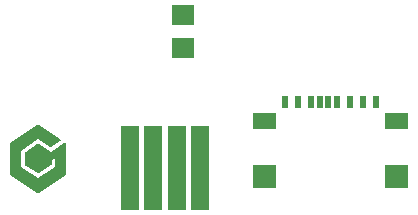
<source format=gbr>
G04 EAGLE Gerber RS-274X export*
G75*
%MOMM*%
%FSLAX34Y34*%
%LPD*%
%INSoldermask Top*%
%IPPOS*%
%AMOC8*
5,1,8,0,0,1.08239X$1,22.5*%
G01*
%ADD10R,0.627000X1.127000*%
%ADD11R,1.177000X1.327000*%
%ADD12R,1.627000X7.127000*%
%ADD13R,1.927000X1.727000*%

G36*
X47707Y18619D02*
X47707Y18619D01*
X47838Y18635D01*
X47846Y18638D01*
X47854Y18639D01*
X47922Y18670D01*
X48098Y18745D01*
X48116Y18760D01*
X48134Y18769D01*
X70994Y34009D01*
X71034Y34044D01*
X71080Y34072D01*
X71139Y34138D01*
X71205Y34197D01*
X71233Y34242D01*
X71269Y34282D01*
X71307Y34361D01*
X71354Y34436D01*
X71368Y34487D01*
X71392Y34535D01*
X71404Y34613D01*
X71430Y34707D01*
X71430Y34779D01*
X71439Y34840D01*
X71439Y60240D01*
X71429Y60313D01*
X71429Y60386D01*
X71409Y60452D01*
X71399Y60519D01*
X71369Y60586D01*
X71348Y60656D01*
X71311Y60714D01*
X71283Y60776D01*
X71236Y60832D01*
X71196Y60894D01*
X71144Y60938D01*
X71100Y60990D01*
X71038Y61031D01*
X70983Y61079D01*
X70921Y61107D01*
X70864Y61145D01*
X70794Y61166D01*
X70727Y61197D01*
X70660Y61207D01*
X70594Y61227D01*
X70521Y61228D01*
X70448Y61239D01*
X70380Y61230D01*
X70312Y61231D01*
X70242Y61212D01*
X70169Y61202D01*
X70112Y61176D01*
X70040Y61156D01*
X69959Y61105D01*
X69889Y61073D01*
X58222Y53353D01*
X48063Y59799D01*
X47950Y59849D01*
X47839Y59904D01*
X47822Y59907D01*
X47806Y59915D01*
X47683Y59932D01*
X47561Y59953D01*
X47544Y59952D01*
X47527Y59954D01*
X47404Y59936D01*
X47281Y59923D01*
X47266Y59917D01*
X47248Y59914D01*
X47044Y59821D01*
X46997Y59802D01*
X36889Y53467D01*
X36838Y53423D01*
X36780Y53388D01*
X36731Y53333D01*
X36674Y53285D01*
X36637Y53228D01*
X36591Y53178D01*
X36559Y53112D01*
X36518Y53050D01*
X36498Y52985D01*
X36468Y52925D01*
X36458Y52858D01*
X36434Y52781D01*
X36432Y52692D01*
X36421Y52620D01*
X36421Y42460D01*
X36431Y42386D01*
X36432Y42311D01*
X36451Y42247D01*
X36461Y42181D01*
X36491Y42113D01*
X36513Y42041D01*
X36549Y41985D01*
X36577Y41924D01*
X36625Y41867D01*
X36666Y41804D01*
X36713Y41765D01*
X36760Y41710D01*
X36842Y41656D01*
X36902Y41606D01*
X47141Y35395D01*
X47250Y35348D01*
X47356Y35297D01*
X47379Y35293D01*
X47400Y35284D01*
X47518Y35270D01*
X47634Y35250D01*
X47657Y35253D01*
X47680Y35250D01*
X47797Y35269D01*
X47915Y35283D01*
X47935Y35292D01*
X47959Y35296D01*
X48126Y35376D01*
X48197Y35407D01*
X58665Y42090D01*
X58713Y42132D01*
X58766Y42165D01*
X58819Y42223D01*
X58878Y42274D01*
X58913Y42327D01*
X58956Y42374D01*
X58990Y42445D01*
X59033Y42510D01*
X59051Y42571D01*
X59079Y42628D01*
X59089Y42698D01*
X59114Y42780D01*
X59115Y42864D01*
X59126Y42933D01*
X59126Y46353D01*
X61821Y48189D01*
X61821Y40455D01*
X47580Y30961D01*
X33339Y40455D01*
X33339Y54625D01*
X47583Y64121D01*
X57674Y57464D01*
X57682Y57461D01*
X57688Y57456D01*
X57810Y57400D01*
X57929Y57344D01*
X57937Y57343D01*
X57944Y57339D01*
X58076Y57320D01*
X58208Y57299D01*
X58216Y57300D01*
X58224Y57299D01*
X58355Y57318D01*
X58488Y57335D01*
X58495Y57338D01*
X58503Y57339D01*
X58569Y57370D01*
X58746Y57446D01*
X58764Y57461D01*
X58782Y57469D01*
X66198Y62457D01*
X66282Y62533D01*
X66372Y62606D01*
X66387Y62628D01*
X66407Y62646D01*
X66467Y62743D01*
X66533Y62837D01*
X66541Y62863D01*
X66555Y62885D01*
X66586Y62996D01*
X66623Y63105D01*
X66624Y63131D01*
X66631Y63157D01*
X66629Y63272D01*
X66634Y63386D01*
X66628Y63413D01*
X66627Y63439D01*
X66594Y63548D01*
X66566Y63660D01*
X66553Y63684D01*
X66545Y63709D01*
X66483Y63805D01*
X66425Y63904D01*
X66406Y63922D01*
X66391Y63945D01*
X66262Y64056D01*
X66199Y64114D01*
X48139Y76308D01*
X48129Y76313D01*
X48120Y76321D01*
X48002Y76375D01*
X47886Y76431D01*
X47874Y76433D01*
X47864Y76438D01*
X47735Y76457D01*
X47608Y76479D01*
X47596Y76478D01*
X47585Y76479D01*
X47456Y76462D01*
X47327Y76447D01*
X47317Y76442D01*
X47306Y76441D01*
X47231Y76407D01*
X47067Y76338D01*
X47047Y76321D01*
X47026Y76311D01*
X24166Y61071D01*
X24126Y61036D01*
X24080Y61008D01*
X24021Y60942D01*
X23955Y60883D01*
X23927Y60838D01*
X23891Y60798D01*
X23853Y60719D01*
X23806Y60644D01*
X23792Y60593D01*
X23768Y60545D01*
X23756Y60467D01*
X23730Y60373D01*
X23730Y60301D01*
X23721Y60240D01*
X23721Y34840D01*
X23728Y34787D01*
X23726Y34734D01*
X23748Y34648D01*
X23761Y34561D01*
X23783Y34512D01*
X23796Y34460D01*
X23840Y34384D01*
X23877Y34304D01*
X23912Y34263D01*
X23939Y34217D01*
X23997Y34164D01*
X24060Y34090D01*
X24121Y34050D01*
X24166Y34009D01*
X47026Y18769D01*
X47033Y18765D01*
X47040Y18759D01*
X47160Y18704D01*
X47280Y18647D01*
X47288Y18645D01*
X47296Y18642D01*
X47427Y18623D01*
X47558Y18601D01*
X47567Y18602D01*
X47575Y18601D01*
X47707Y18619D01*
G37*
D10*
X256500Y96100D03*
X267500Y96100D03*
X278500Y96100D03*
X286000Y96100D03*
X300500Y96100D03*
X311500Y96100D03*
X322500Y96100D03*
X333500Y96100D03*
X293000Y96100D03*
D11*
X347250Y35500D03*
X242750Y35500D03*
X347250Y80000D03*
X242750Y80000D03*
X354750Y80000D03*
X235250Y80000D03*
X354750Y35500D03*
X235250Y35500D03*
X354750Y29250D03*
X347250Y29250D03*
X242750Y29250D03*
X235250Y29250D03*
D12*
X145000Y40000D03*
X185000Y40000D03*
X165000Y40000D03*
X125000Y40000D03*
D13*
X170000Y141000D03*
X170000Y169000D03*
M02*

</source>
